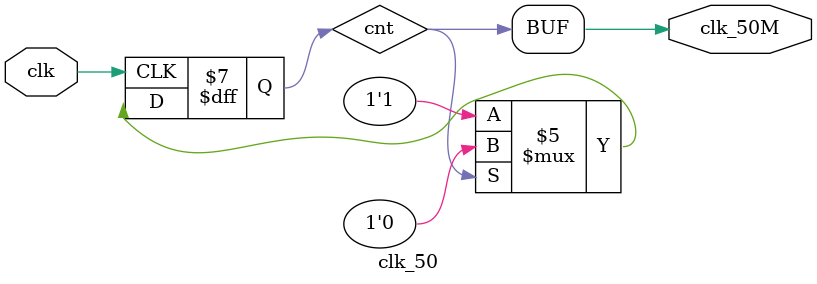
<source format=v>
`timescale 1ns / 1ps
module clk_50(
    input  clk, 
    output clk_50M);
    
	reg cnt = 1'b0;   
	always @ (posedge clk) begin
		if(cnt == 1'b1)
			cnt <= 1'b0;
		else
			cnt <= 1'b1;
	end
    assign clk_50M = cnt;
endmodule

</source>
